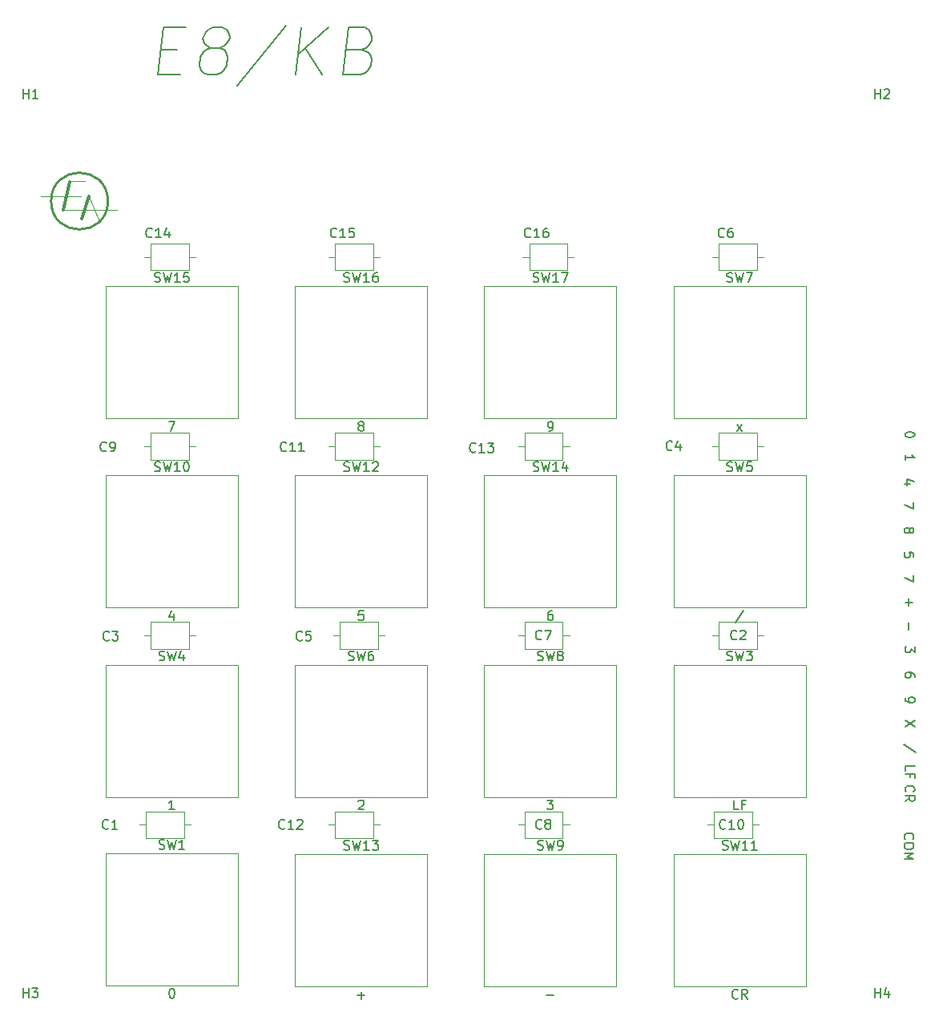
<source format=gbr>
%TF.GenerationSoftware,KiCad,Pcbnew,(5.1.10-1-10_14)*%
%TF.CreationDate,2021-06-29T17:53:49+10:00*%
%TF.ProjectId,octal keyboard,6f637461-6c20-46b6-9579-626f6172642e,rev?*%
%TF.SameCoordinates,Original*%
%TF.FileFunction,Legend,Top*%
%TF.FilePolarity,Positive*%
%FSLAX46Y46*%
G04 Gerber Fmt 4.6, Leading zero omitted, Abs format (unit mm)*
G04 Created by KiCad (PCBNEW (5.1.10-1-10_14)) date 2021-06-29 17:53:49*
%MOMM*%
%LPD*%
G01*
G04 APERTURE LIST*
%ADD10C,0.150000*%
%ADD11C,0.120000*%
%ADD12C,0.300000*%
%ADD13C,0.240000*%
G04 APERTURE END LIST*
D10*
X120304776Y-36142857D02*
X121971443Y-36142857D01*
X122358348Y-38761904D02*
X119977395Y-38761904D01*
X120602395Y-33761904D01*
X122983348Y-33761904D01*
X125572633Y-35904761D02*
X125126205Y-35666666D01*
X124917872Y-35428571D01*
X124739300Y-34952380D01*
X124769062Y-34714285D01*
X125066681Y-34238095D01*
X125334538Y-34000000D01*
X125840491Y-33761904D01*
X126792872Y-33761904D01*
X127239300Y-34000000D01*
X127447633Y-34238095D01*
X127626205Y-34714285D01*
X127596443Y-34952380D01*
X127298824Y-35428571D01*
X127030967Y-35666666D01*
X126525014Y-35904761D01*
X125572633Y-35904761D01*
X125066681Y-36142857D01*
X124798824Y-36380952D01*
X124501205Y-36857142D01*
X124382157Y-37809523D01*
X124560729Y-38285714D01*
X124769062Y-38523809D01*
X125215491Y-38761904D01*
X126167872Y-38761904D01*
X126673824Y-38523809D01*
X126941681Y-38285714D01*
X127239300Y-37809523D01*
X127358348Y-36857142D01*
X127179776Y-36380952D01*
X126971443Y-36142857D01*
X126525014Y-35904761D01*
X133489300Y-33523809D02*
X128400014Y-39952380D01*
X134501205Y-38761904D02*
X135126205Y-33761904D01*
X137358348Y-38761904D02*
X135572633Y-35904761D01*
X137983348Y-33761904D02*
X134769062Y-36619047D01*
X141495252Y-36142857D02*
X142179776Y-36380952D01*
X142388110Y-36619047D01*
X142566681Y-37095238D01*
X142477395Y-37809523D01*
X142179776Y-38285714D01*
X141911919Y-38523809D01*
X141405967Y-38761904D01*
X139501205Y-38761904D01*
X140126205Y-33761904D01*
X141792872Y-33761904D01*
X142239300Y-34000000D01*
X142447633Y-34238095D01*
X142626205Y-34714285D01*
X142566681Y-35190476D01*
X142269062Y-35666666D01*
X142001205Y-35904761D01*
X141495252Y-36142857D01*
X139828586Y-36142857D01*
X198942857Y-119514285D02*
X198895238Y-119466666D01*
X198847619Y-119323809D01*
X198847619Y-119228571D01*
X198895238Y-119085714D01*
X198990476Y-118990476D01*
X199085714Y-118942857D01*
X199276190Y-118895238D01*
X199419047Y-118895238D01*
X199609523Y-118942857D01*
X199704761Y-118990476D01*
X199800000Y-119085714D01*
X199847619Y-119228571D01*
X199847619Y-119323809D01*
X199800000Y-119466666D01*
X199752380Y-119514285D01*
X199847619Y-120133333D02*
X199847619Y-120323809D01*
X199800000Y-120419047D01*
X199704761Y-120514285D01*
X199514285Y-120561904D01*
X199180952Y-120561904D01*
X198990476Y-120514285D01*
X198895238Y-120419047D01*
X198847619Y-120323809D01*
X198847619Y-120133333D01*
X198895238Y-120038095D01*
X198990476Y-119942857D01*
X199180952Y-119895238D01*
X199514285Y-119895238D01*
X199704761Y-119942857D01*
X199800000Y-120038095D01*
X199847619Y-120133333D01*
X198847619Y-120990476D02*
X199847619Y-120990476D01*
X199133333Y-121323809D01*
X199847619Y-121657142D01*
X198847619Y-121657142D01*
X199042857Y-114509523D02*
X198995238Y-114461904D01*
X198947619Y-114319047D01*
X198947619Y-114223809D01*
X198995238Y-114080952D01*
X199090476Y-113985714D01*
X199185714Y-113938095D01*
X199376190Y-113890476D01*
X199519047Y-113890476D01*
X199709523Y-113938095D01*
X199804761Y-113985714D01*
X199900000Y-114080952D01*
X199947619Y-114223809D01*
X199947619Y-114319047D01*
X199900000Y-114461904D01*
X199852380Y-114509523D01*
X198947619Y-115509523D02*
X199423809Y-115176190D01*
X198947619Y-114938095D02*
X199947619Y-114938095D01*
X199947619Y-115319047D01*
X199900000Y-115414285D01*
X199852380Y-115461904D01*
X199757142Y-115509523D01*
X199614285Y-115509523D01*
X199519047Y-115461904D01*
X199471428Y-115414285D01*
X199423809Y-115319047D01*
X199423809Y-114938095D01*
X198947619Y-112280952D02*
X198947619Y-111804761D01*
X199947619Y-111804761D01*
X199471428Y-112947619D02*
X199471428Y-112614285D01*
X198947619Y-112614285D02*
X199947619Y-112614285D01*
X199947619Y-113090476D01*
X200095238Y-110328571D02*
X198809523Y-109471428D01*
X199947619Y-106966666D02*
X198947619Y-107633333D01*
X199947619Y-107633333D02*
X198947619Y-106966666D01*
X198947619Y-104609523D02*
X198947619Y-104800000D01*
X198995238Y-104895238D01*
X199042857Y-104942857D01*
X199185714Y-105038095D01*
X199376190Y-105085714D01*
X199757142Y-105085714D01*
X199852380Y-105038095D01*
X199900000Y-104990476D01*
X199947619Y-104895238D01*
X199947619Y-104704761D01*
X199900000Y-104609523D01*
X199852380Y-104561904D01*
X199757142Y-104514285D01*
X199519047Y-104514285D01*
X199423809Y-104561904D01*
X199376190Y-104609523D01*
X199328571Y-104704761D01*
X199328571Y-104895238D01*
X199376190Y-104990476D01*
X199423809Y-105038095D01*
X199519047Y-105085714D01*
X199947619Y-102390476D02*
X199947619Y-102200000D01*
X199900000Y-102104761D01*
X199852380Y-102057142D01*
X199709523Y-101961904D01*
X199519047Y-101914285D01*
X199138095Y-101914285D01*
X199042857Y-101961904D01*
X198995238Y-102009523D01*
X198947619Y-102104761D01*
X198947619Y-102295238D01*
X198995238Y-102390476D01*
X199042857Y-102438095D01*
X199138095Y-102485714D01*
X199376190Y-102485714D01*
X199471428Y-102438095D01*
X199519047Y-102390476D01*
X199566666Y-102295238D01*
X199566666Y-102104761D01*
X199519047Y-102009523D01*
X199471428Y-101961904D01*
X199376190Y-101914285D01*
X199947619Y-99166666D02*
X199947619Y-99785714D01*
X199566666Y-99452380D01*
X199566666Y-99595238D01*
X199519047Y-99690476D01*
X199471428Y-99738095D01*
X199376190Y-99785714D01*
X199138095Y-99785714D01*
X199042857Y-99738095D01*
X198995238Y-99690476D01*
X198947619Y-99595238D01*
X198947619Y-99309523D01*
X198995238Y-99214285D01*
X199042857Y-99166666D01*
X199328571Y-96619047D02*
X199328571Y-97380952D01*
X199328571Y-94119047D02*
X199328571Y-94880952D01*
X198947619Y-94500000D02*
X199709523Y-94500000D01*
X199847619Y-91666666D02*
X199847619Y-92333333D01*
X198847619Y-91904761D01*
X199847619Y-89738095D02*
X199847619Y-89261904D01*
X199371428Y-89214285D01*
X199419047Y-89261904D01*
X199466666Y-89357142D01*
X199466666Y-89595238D01*
X199419047Y-89690476D01*
X199371428Y-89738095D01*
X199276190Y-89785714D01*
X199038095Y-89785714D01*
X198942857Y-89738095D01*
X198895238Y-89690476D01*
X198847619Y-89595238D01*
X198847619Y-89357142D01*
X198895238Y-89261904D01*
X198942857Y-89214285D01*
X199419047Y-86804761D02*
X199466666Y-86709523D01*
X199514285Y-86661904D01*
X199609523Y-86614285D01*
X199657142Y-86614285D01*
X199752380Y-86661904D01*
X199800000Y-86709523D01*
X199847619Y-86804761D01*
X199847619Y-86995238D01*
X199800000Y-87090476D01*
X199752380Y-87138095D01*
X199657142Y-87185714D01*
X199609523Y-87185714D01*
X199514285Y-87138095D01*
X199466666Y-87090476D01*
X199419047Y-86995238D01*
X199419047Y-86804761D01*
X199371428Y-86709523D01*
X199323809Y-86661904D01*
X199228571Y-86614285D01*
X199038095Y-86614285D01*
X198942857Y-86661904D01*
X198895238Y-86709523D01*
X198847619Y-86804761D01*
X198847619Y-86995238D01*
X198895238Y-87090476D01*
X198942857Y-87138095D01*
X199038095Y-87185714D01*
X199228571Y-87185714D01*
X199323809Y-87138095D01*
X199371428Y-87090476D01*
X199419047Y-86995238D01*
X199847619Y-83966666D02*
X199847619Y-84633333D01*
X198847619Y-84204761D01*
X199514285Y-81990476D02*
X198847619Y-81990476D01*
X199895238Y-81752380D02*
X199180952Y-81514285D01*
X199180952Y-82133333D01*
X198947619Y-79485714D02*
X198947619Y-78914285D01*
X198947619Y-79200000D02*
X199947619Y-79200000D01*
X199804761Y-79104761D01*
X199709523Y-79009523D01*
X199661904Y-78914285D01*
X199947619Y-76752380D02*
X199947619Y-76847619D01*
X199900000Y-76942857D01*
X199852380Y-76990476D01*
X199757142Y-77038095D01*
X199566666Y-77085714D01*
X199328571Y-77085714D01*
X199138095Y-77038095D01*
X199042857Y-76990476D01*
X198995238Y-76942857D01*
X198947619Y-76847619D01*
X198947619Y-76752380D01*
X198995238Y-76657142D01*
X199042857Y-76609523D01*
X199138095Y-76561904D01*
X199328571Y-76514285D01*
X199566666Y-76514285D01*
X199757142Y-76561904D01*
X199852380Y-76609523D01*
X199900000Y-76657142D01*
X199947619Y-76752380D01*
D11*
%TO.C,REF\u002A\u002A*%
X112740000Y-51590000D02*
X113700000Y-54060000D01*
D12*
X112700000Y-51600000D02*
X111900000Y-54000000D01*
D11*
X109950000Y-53050000D02*
X115650000Y-53050000D01*
X107610000Y-51570000D02*
X111810000Y-51570000D01*
X110660000Y-50030000D02*
X112270000Y-50030000D01*
D12*
X110700000Y-50100000D02*
X110000000Y-53000000D01*
D13*
X114700000Y-52100000D02*
G75*
G03*
X114700000Y-52100000I-3000000J0D01*
G01*
D11*
%TO.C,C16*%
X159230000Y-56580000D02*
X159230000Y-59420000D01*
X159230000Y-59420000D02*
X163270000Y-59420000D01*
X163270000Y-59420000D02*
X163270000Y-56580000D01*
X163270000Y-56580000D02*
X159230000Y-56580000D01*
X158540000Y-58000000D02*
X159230000Y-58000000D01*
X163960000Y-58000000D02*
X163270000Y-58000000D01*
%TO.C,C15*%
X138730000Y-56580000D02*
X138730000Y-59420000D01*
X138730000Y-59420000D02*
X142770000Y-59420000D01*
X142770000Y-59420000D02*
X142770000Y-56580000D01*
X142770000Y-56580000D02*
X138730000Y-56580000D01*
X138040000Y-58000000D02*
X138730000Y-58000000D01*
X143460000Y-58000000D02*
X142770000Y-58000000D01*
%TO.C,C14*%
X119230000Y-56580000D02*
X119230000Y-59420000D01*
X119230000Y-59420000D02*
X123270000Y-59420000D01*
X123270000Y-59420000D02*
X123270000Y-56580000D01*
X123270000Y-56580000D02*
X119230000Y-56580000D01*
X118540000Y-58000000D02*
X119230000Y-58000000D01*
X123960000Y-58000000D02*
X123270000Y-58000000D01*
%TO.C,C13*%
X158730000Y-76580000D02*
X158730000Y-79420000D01*
X158730000Y-79420000D02*
X162770000Y-79420000D01*
X162770000Y-79420000D02*
X162770000Y-76580000D01*
X162770000Y-76580000D02*
X158730000Y-76580000D01*
X158040000Y-78000000D02*
X158730000Y-78000000D01*
X163460000Y-78000000D02*
X162770000Y-78000000D01*
%TO.C,C12*%
X138730000Y-116580000D02*
X138730000Y-119420000D01*
X138730000Y-119420000D02*
X142770000Y-119420000D01*
X142770000Y-119420000D02*
X142770000Y-116580000D01*
X142770000Y-116580000D02*
X138730000Y-116580000D01*
X138040000Y-118000000D02*
X138730000Y-118000000D01*
X143460000Y-118000000D02*
X142770000Y-118000000D01*
%TO.C,C11*%
X138730000Y-76580000D02*
X138730000Y-79420000D01*
X138730000Y-79420000D02*
X142770000Y-79420000D01*
X142770000Y-79420000D02*
X142770000Y-76580000D01*
X142770000Y-76580000D02*
X138730000Y-76580000D01*
X138040000Y-78000000D02*
X138730000Y-78000000D01*
X143460000Y-78000000D02*
X142770000Y-78000000D01*
%TO.C,C10*%
X178730000Y-116580000D02*
X178730000Y-119420000D01*
X178730000Y-119420000D02*
X182770000Y-119420000D01*
X182770000Y-119420000D02*
X182770000Y-116580000D01*
X182770000Y-116580000D02*
X178730000Y-116580000D01*
X178040000Y-118000000D02*
X178730000Y-118000000D01*
X183460000Y-118000000D02*
X182770000Y-118000000D01*
%TO.C,C9*%
X119230000Y-76580000D02*
X119230000Y-79420000D01*
X119230000Y-79420000D02*
X123270000Y-79420000D01*
X123270000Y-79420000D02*
X123270000Y-76580000D01*
X123270000Y-76580000D02*
X119230000Y-76580000D01*
X118540000Y-78000000D02*
X119230000Y-78000000D01*
X123960000Y-78000000D02*
X123270000Y-78000000D01*
%TO.C,C8*%
X158730000Y-116580000D02*
X158730000Y-119420000D01*
X158730000Y-119420000D02*
X162770000Y-119420000D01*
X162770000Y-119420000D02*
X162770000Y-116580000D01*
X162770000Y-116580000D02*
X158730000Y-116580000D01*
X158040000Y-118000000D02*
X158730000Y-118000000D01*
X163460000Y-118000000D02*
X162770000Y-118000000D01*
%TO.C,C7*%
X158730000Y-96580000D02*
X158730000Y-99420000D01*
X158730000Y-99420000D02*
X162770000Y-99420000D01*
X162770000Y-99420000D02*
X162770000Y-96580000D01*
X162770000Y-96580000D02*
X158730000Y-96580000D01*
X158040000Y-98000000D02*
X158730000Y-98000000D01*
X163460000Y-98000000D02*
X162770000Y-98000000D01*
%TO.C,C6*%
X179230000Y-56580000D02*
X179230000Y-59420000D01*
X179230000Y-59420000D02*
X183270000Y-59420000D01*
X183270000Y-59420000D02*
X183270000Y-56580000D01*
X183270000Y-56580000D02*
X179230000Y-56580000D01*
X178540000Y-58000000D02*
X179230000Y-58000000D01*
X183960000Y-58000000D02*
X183270000Y-58000000D01*
%TO.C,C5*%
X139230000Y-96580000D02*
X139230000Y-99420000D01*
X139230000Y-99420000D02*
X143270000Y-99420000D01*
X143270000Y-99420000D02*
X143270000Y-96580000D01*
X143270000Y-96580000D02*
X139230000Y-96580000D01*
X138540000Y-98000000D02*
X139230000Y-98000000D01*
X143960000Y-98000000D02*
X143270000Y-98000000D01*
%TO.C,C4*%
X179230000Y-76580000D02*
X179230000Y-79420000D01*
X179230000Y-79420000D02*
X183270000Y-79420000D01*
X183270000Y-79420000D02*
X183270000Y-76580000D01*
X183270000Y-76580000D02*
X179230000Y-76580000D01*
X178540000Y-78000000D02*
X179230000Y-78000000D01*
X183960000Y-78000000D02*
X183270000Y-78000000D01*
%TO.C,C3*%
X119230000Y-96580000D02*
X119230000Y-99420000D01*
X119230000Y-99420000D02*
X123270000Y-99420000D01*
X123270000Y-99420000D02*
X123270000Y-96580000D01*
X123270000Y-96580000D02*
X119230000Y-96580000D01*
X118540000Y-98000000D02*
X119230000Y-98000000D01*
X123960000Y-98000000D02*
X123270000Y-98000000D01*
%TO.C,C2*%
X179230000Y-96580000D02*
X179230000Y-99420000D01*
X179230000Y-99420000D02*
X183270000Y-99420000D01*
X183270000Y-99420000D02*
X183270000Y-96580000D01*
X183270000Y-96580000D02*
X179230000Y-96580000D01*
X178540000Y-98000000D02*
X179230000Y-98000000D01*
X183960000Y-98000000D02*
X183270000Y-98000000D01*
%TO.C,C1*%
X118730000Y-116580000D02*
X118730000Y-119420000D01*
X118730000Y-119420000D02*
X122770000Y-119420000D01*
X122770000Y-119420000D02*
X122770000Y-116580000D01*
X122770000Y-116580000D02*
X118730000Y-116580000D01*
X118040000Y-118000000D02*
X118730000Y-118000000D01*
X123460000Y-118000000D02*
X122770000Y-118000000D01*
%TO.C,SW1*%
X114475000Y-134985000D02*
X114475000Y-121015000D01*
X128445000Y-134985000D02*
X114475000Y-134985000D01*
X128445000Y-121015000D02*
X128445000Y-134985000D01*
X114475000Y-121015000D02*
X128445000Y-121015000D01*
%TO.C,SW3*%
X174475000Y-101095000D02*
X188445000Y-101095000D01*
X188445000Y-101095000D02*
X188445000Y-115065000D01*
X188445000Y-115065000D02*
X174475000Y-115065000D01*
X174475000Y-115065000D02*
X174475000Y-101095000D01*
%TO.C,SW4*%
X114475000Y-101095000D02*
X128445000Y-101095000D01*
X128445000Y-101095000D02*
X128445000Y-115065000D01*
X128445000Y-115065000D02*
X114475000Y-115065000D01*
X114475000Y-115065000D02*
X114475000Y-101095000D01*
%TO.C,SW5*%
X174475000Y-95065000D02*
X174475000Y-81095000D01*
X188445000Y-95065000D02*
X174475000Y-95065000D01*
X188445000Y-81095000D02*
X188445000Y-95065000D01*
X174475000Y-81095000D02*
X188445000Y-81095000D01*
%TO.C,SW6*%
X134475000Y-115065000D02*
X134475000Y-101095000D01*
X148445000Y-115065000D02*
X134475000Y-115065000D01*
X148445000Y-101095000D02*
X148445000Y-115065000D01*
X134475000Y-101095000D02*
X148445000Y-101095000D01*
%TO.C,SW7*%
X174475000Y-61095000D02*
X188445000Y-61095000D01*
X188445000Y-61095000D02*
X188445000Y-75065000D01*
X188445000Y-75065000D02*
X174475000Y-75065000D01*
X174475000Y-75065000D02*
X174475000Y-61095000D01*
%TO.C,SW8*%
X154475000Y-101095000D02*
X168445000Y-101095000D01*
X168445000Y-101095000D02*
X168445000Y-115065000D01*
X168445000Y-115065000D02*
X154475000Y-115065000D01*
X154475000Y-115065000D02*
X154475000Y-101095000D01*
%TO.C,SW9*%
X154475000Y-135065000D02*
X154475000Y-121095000D01*
X168445000Y-135065000D02*
X154475000Y-135065000D01*
X168445000Y-121095000D02*
X168445000Y-135065000D01*
X154475000Y-121095000D02*
X168445000Y-121095000D01*
%TO.C,SW10*%
X114475000Y-95065000D02*
X114475000Y-81095000D01*
X128445000Y-95065000D02*
X114475000Y-95065000D01*
X128445000Y-81095000D02*
X128445000Y-95065000D01*
X114475000Y-81095000D02*
X128445000Y-81095000D01*
%TO.C,SW11*%
X174475000Y-121095000D02*
X188445000Y-121095000D01*
X188445000Y-121095000D02*
X188445000Y-135065000D01*
X188445000Y-135065000D02*
X174475000Y-135065000D01*
X174475000Y-135065000D02*
X174475000Y-121095000D01*
%TO.C,SW12*%
X134475000Y-81095000D02*
X148445000Y-81095000D01*
X148445000Y-81095000D02*
X148445000Y-95065000D01*
X148445000Y-95065000D02*
X134475000Y-95065000D01*
X134475000Y-95065000D02*
X134475000Y-81095000D01*
%TO.C,SW13*%
X134475000Y-135065000D02*
X134475000Y-121095000D01*
X148445000Y-135065000D02*
X134475000Y-135065000D01*
X148445000Y-121095000D02*
X148445000Y-135065000D01*
X134475000Y-121095000D02*
X148445000Y-121095000D01*
%TO.C,SW14*%
X154475000Y-95065000D02*
X154475000Y-81095000D01*
X168445000Y-95065000D02*
X154475000Y-95065000D01*
X168445000Y-81095000D02*
X168445000Y-95065000D01*
X154475000Y-81095000D02*
X168445000Y-81095000D01*
%TO.C,SW15*%
X114475000Y-61095000D02*
X128445000Y-61095000D01*
X128445000Y-61095000D02*
X128445000Y-75065000D01*
X128445000Y-75065000D02*
X114475000Y-75065000D01*
X114475000Y-75065000D02*
X114475000Y-61095000D01*
%TO.C,SW16*%
X134475000Y-75065000D02*
X134475000Y-61095000D01*
X148445000Y-75065000D02*
X134475000Y-75065000D01*
X148445000Y-61095000D02*
X148445000Y-75065000D01*
X134475000Y-61095000D02*
X148445000Y-61095000D01*
%TO.C,SW17*%
X154475000Y-61095000D02*
X168445000Y-61095000D01*
X168445000Y-61095000D02*
X168445000Y-75065000D01*
X168445000Y-75065000D02*
X154475000Y-75065000D01*
X154475000Y-75065000D02*
X154475000Y-61095000D01*
%TO.C,H3*%
D10*
X105738095Y-136252380D02*
X105738095Y-135252380D01*
X105738095Y-135728571D02*
X106309523Y-135728571D01*
X106309523Y-136252380D02*
X106309523Y-135252380D01*
X106690476Y-135252380D02*
X107309523Y-135252380D01*
X106976190Y-135633333D01*
X107119047Y-135633333D01*
X107214285Y-135680952D01*
X107261904Y-135728571D01*
X107309523Y-135823809D01*
X107309523Y-136061904D01*
X107261904Y-136157142D01*
X107214285Y-136204761D01*
X107119047Y-136252380D01*
X106833333Y-136252380D01*
X106738095Y-136204761D01*
X106690476Y-136157142D01*
%TO.C,H1*%
X105738095Y-41252380D02*
X105738095Y-40252380D01*
X105738095Y-40728571D02*
X106309523Y-40728571D01*
X106309523Y-41252380D02*
X106309523Y-40252380D01*
X107309523Y-41252380D02*
X106738095Y-41252380D01*
X107023809Y-41252380D02*
X107023809Y-40252380D01*
X106928571Y-40395238D01*
X106833333Y-40490476D01*
X106738095Y-40538095D01*
%TO.C,C16*%
X159357142Y-55857142D02*
X159309523Y-55904761D01*
X159166666Y-55952380D01*
X159071428Y-55952380D01*
X158928571Y-55904761D01*
X158833333Y-55809523D01*
X158785714Y-55714285D01*
X158738095Y-55523809D01*
X158738095Y-55380952D01*
X158785714Y-55190476D01*
X158833333Y-55095238D01*
X158928571Y-55000000D01*
X159071428Y-54952380D01*
X159166666Y-54952380D01*
X159309523Y-55000000D01*
X159357142Y-55047619D01*
X160309523Y-55952380D02*
X159738095Y-55952380D01*
X160023809Y-55952380D02*
X160023809Y-54952380D01*
X159928571Y-55095238D01*
X159833333Y-55190476D01*
X159738095Y-55238095D01*
X161166666Y-54952380D02*
X160976190Y-54952380D01*
X160880952Y-55000000D01*
X160833333Y-55047619D01*
X160738095Y-55190476D01*
X160690476Y-55380952D01*
X160690476Y-55761904D01*
X160738095Y-55857142D01*
X160785714Y-55904761D01*
X160880952Y-55952380D01*
X161071428Y-55952380D01*
X161166666Y-55904761D01*
X161214285Y-55857142D01*
X161261904Y-55761904D01*
X161261904Y-55523809D01*
X161214285Y-55428571D01*
X161166666Y-55380952D01*
X161071428Y-55333333D01*
X160880952Y-55333333D01*
X160785714Y-55380952D01*
X160738095Y-55428571D01*
X160690476Y-55523809D01*
%TO.C,C15*%
X138857142Y-55857142D02*
X138809523Y-55904761D01*
X138666666Y-55952380D01*
X138571428Y-55952380D01*
X138428571Y-55904761D01*
X138333333Y-55809523D01*
X138285714Y-55714285D01*
X138238095Y-55523809D01*
X138238095Y-55380952D01*
X138285714Y-55190476D01*
X138333333Y-55095238D01*
X138428571Y-55000000D01*
X138571428Y-54952380D01*
X138666666Y-54952380D01*
X138809523Y-55000000D01*
X138857142Y-55047619D01*
X139809523Y-55952380D02*
X139238095Y-55952380D01*
X139523809Y-55952380D02*
X139523809Y-54952380D01*
X139428571Y-55095238D01*
X139333333Y-55190476D01*
X139238095Y-55238095D01*
X140714285Y-54952380D02*
X140238095Y-54952380D01*
X140190476Y-55428571D01*
X140238095Y-55380952D01*
X140333333Y-55333333D01*
X140571428Y-55333333D01*
X140666666Y-55380952D01*
X140714285Y-55428571D01*
X140761904Y-55523809D01*
X140761904Y-55761904D01*
X140714285Y-55857142D01*
X140666666Y-55904761D01*
X140571428Y-55952380D01*
X140333333Y-55952380D01*
X140238095Y-55904761D01*
X140190476Y-55857142D01*
%TO.C,C14*%
X119357142Y-55857142D02*
X119309523Y-55904761D01*
X119166666Y-55952380D01*
X119071428Y-55952380D01*
X118928571Y-55904761D01*
X118833333Y-55809523D01*
X118785714Y-55714285D01*
X118738095Y-55523809D01*
X118738095Y-55380952D01*
X118785714Y-55190476D01*
X118833333Y-55095238D01*
X118928571Y-55000000D01*
X119071428Y-54952380D01*
X119166666Y-54952380D01*
X119309523Y-55000000D01*
X119357142Y-55047619D01*
X120309523Y-55952380D02*
X119738095Y-55952380D01*
X120023809Y-55952380D02*
X120023809Y-54952380D01*
X119928571Y-55095238D01*
X119833333Y-55190476D01*
X119738095Y-55238095D01*
X121166666Y-55285714D02*
X121166666Y-55952380D01*
X120928571Y-54904761D02*
X120690476Y-55619047D01*
X121309523Y-55619047D01*
%TO.C,C13*%
X153557142Y-78557142D02*
X153509523Y-78604761D01*
X153366666Y-78652380D01*
X153271428Y-78652380D01*
X153128571Y-78604761D01*
X153033333Y-78509523D01*
X152985714Y-78414285D01*
X152938095Y-78223809D01*
X152938095Y-78080952D01*
X152985714Y-77890476D01*
X153033333Y-77795238D01*
X153128571Y-77700000D01*
X153271428Y-77652380D01*
X153366666Y-77652380D01*
X153509523Y-77700000D01*
X153557142Y-77747619D01*
X154509523Y-78652380D02*
X153938095Y-78652380D01*
X154223809Y-78652380D02*
X154223809Y-77652380D01*
X154128571Y-77795238D01*
X154033333Y-77890476D01*
X153938095Y-77938095D01*
X154842857Y-77652380D02*
X155461904Y-77652380D01*
X155128571Y-78033333D01*
X155271428Y-78033333D01*
X155366666Y-78080952D01*
X155414285Y-78128571D01*
X155461904Y-78223809D01*
X155461904Y-78461904D01*
X155414285Y-78557142D01*
X155366666Y-78604761D01*
X155271428Y-78652380D01*
X154985714Y-78652380D01*
X154890476Y-78604761D01*
X154842857Y-78557142D01*
%TO.C,C12*%
X133357142Y-118357142D02*
X133309523Y-118404761D01*
X133166666Y-118452380D01*
X133071428Y-118452380D01*
X132928571Y-118404761D01*
X132833333Y-118309523D01*
X132785714Y-118214285D01*
X132738095Y-118023809D01*
X132738095Y-117880952D01*
X132785714Y-117690476D01*
X132833333Y-117595238D01*
X132928571Y-117500000D01*
X133071428Y-117452380D01*
X133166666Y-117452380D01*
X133309523Y-117500000D01*
X133357142Y-117547619D01*
X134309523Y-118452380D02*
X133738095Y-118452380D01*
X134023809Y-118452380D02*
X134023809Y-117452380D01*
X133928571Y-117595238D01*
X133833333Y-117690476D01*
X133738095Y-117738095D01*
X134690476Y-117547619D02*
X134738095Y-117500000D01*
X134833333Y-117452380D01*
X135071428Y-117452380D01*
X135166666Y-117500000D01*
X135214285Y-117547619D01*
X135261904Y-117642857D01*
X135261904Y-117738095D01*
X135214285Y-117880952D01*
X134642857Y-118452380D01*
X135261904Y-118452380D01*
%TO.C,C11*%
X133557142Y-78457142D02*
X133509523Y-78504761D01*
X133366666Y-78552380D01*
X133271428Y-78552380D01*
X133128571Y-78504761D01*
X133033333Y-78409523D01*
X132985714Y-78314285D01*
X132938095Y-78123809D01*
X132938095Y-77980952D01*
X132985714Y-77790476D01*
X133033333Y-77695238D01*
X133128571Y-77600000D01*
X133271428Y-77552380D01*
X133366666Y-77552380D01*
X133509523Y-77600000D01*
X133557142Y-77647619D01*
X134509523Y-78552380D02*
X133938095Y-78552380D01*
X134223809Y-78552380D02*
X134223809Y-77552380D01*
X134128571Y-77695238D01*
X134033333Y-77790476D01*
X133938095Y-77838095D01*
X135461904Y-78552380D02*
X134890476Y-78552380D01*
X135176190Y-78552380D02*
X135176190Y-77552380D01*
X135080952Y-77695238D01*
X134985714Y-77790476D01*
X134890476Y-77838095D01*
%TO.C,C10*%
X179957142Y-118357142D02*
X179909523Y-118404761D01*
X179766666Y-118452380D01*
X179671428Y-118452380D01*
X179528571Y-118404761D01*
X179433333Y-118309523D01*
X179385714Y-118214285D01*
X179338095Y-118023809D01*
X179338095Y-117880952D01*
X179385714Y-117690476D01*
X179433333Y-117595238D01*
X179528571Y-117500000D01*
X179671428Y-117452380D01*
X179766666Y-117452380D01*
X179909523Y-117500000D01*
X179957142Y-117547619D01*
X180909523Y-118452380D02*
X180338095Y-118452380D01*
X180623809Y-118452380D02*
X180623809Y-117452380D01*
X180528571Y-117595238D01*
X180433333Y-117690476D01*
X180338095Y-117738095D01*
X181528571Y-117452380D02*
X181623809Y-117452380D01*
X181719047Y-117500000D01*
X181766666Y-117547619D01*
X181814285Y-117642857D01*
X181861904Y-117833333D01*
X181861904Y-118071428D01*
X181814285Y-118261904D01*
X181766666Y-118357142D01*
X181719047Y-118404761D01*
X181623809Y-118452380D01*
X181528571Y-118452380D01*
X181433333Y-118404761D01*
X181385714Y-118357142D01*
X181338095Y-118261904D01*
X181290476Y-118071428D01*
X181290476Y-117833333D01*
X181338095Y-117642857D01*
X181385714Y-117547619D01*
X181433333Y-117500000D01*
X181528571Y-117452380D01*
%TO.C,C9*%
X114533333Y-78457142D02*
X114485714Y-78504761D01*
X114342857Y-78552380D01*
X114247619Y-78552380D01*
X114104761Y-78504761D01*
X114009523Y-78409523D01*
X113961904Y-78314285D01*
X113914285Y-78123809D01*
X113914285Y-77980952D01*
X113961904Y-77790476D01*
X114009523Y-77695238D01*
X114104761Y-77600000D01*
X114247619Y-77552380D01*
X114342857Y-77552380D01*
X114485714Y-77600000D01*
X114533333Y-77647619D01*
X115009523Y-78552380D02*
X115200000Y-78552380D01*
X115295238Y-78504761D01*
X115342857Y-78457142D01*
X115438095Y-78314285D01*
X115485714Y-78123809D01*
X115485714Y-77742857D01*
X115438095Y-77647619D01*
X115390476Y-77600000D01*
X115295238Y-77552380D01*
X115104761Y-77552380D01*
X115009523Y-77600000D01*
X114961904Y-77647619D01*
X114914285Y-77742857D01*
X114914285Y-77980952D01*
X114961904Y-78076190D01*
X115009523Y-78123809D01*
X115104761Y-78171428D01*
X115295238Y-78171428D01*
X115390476Y-78123809D01*
X115438095Y-78076190D01*
X115485714Y-77980952D01*
%TO.C,C8*%
X160533333Y-118357142D02*
X160485714Y-118404761D01*
X160342857Y-118452380D01*
X160247619Y-118452380D01*
X160104761Y-118404761D01*
X160009523Y-118309523D01*
X159961904Y-118214285D01*
X159914285Y-118023809D01*
X159914285Y-117880952D01*
X159961904Y-117690476D01*
X160009523Y-117595238D01*
X160104761Y-117500000D01*
X160247619Y-117452380D01*
X160342857Y-117452380D01*
X160485714Y-117500000D01*
X160533333Y-117547619D01*
X161104761Y-117880952D02*
X161009523Y-117833333D01*
X160961904Y-117785714D01*
X160914285Y-117690476D01*
X160914285Y-117642857D01*
X160961904Y-117547619D01*
X161009523Y-117500000D01*
X161104761Y-117452380D01*
X161295238Y-117452380D01*
X161390476Y-117500000D01*
X161438095Y-117547619D01*
X161485714Y-117642857D01*
X161485714Y-117690476D01*
X161438095Y-117785714D01*
X161390476Y-117833333D01*
X161295238Y-117880952D01*
X161104761Y-117880952D01*
X161009523Y-117928571D01*
X160961904Y-117976190D01*
X160914285Y-118071428D01*
X160914285Y-118261904D01*
X160961904Y-118357142D01*
X161009523Y-118404761D01*
X161104761Y-118452380D01*
X161295238Y-118452380D01*
X161390476Y-118404761D01*
X161438095Y-118357142D01*
X161485714Y-118261904D01*
X161485714Y-118071428D01*
X161438095Y-117976190D01*
X161390476Y-117928571D01*
X161295238Y-117880952D01*
%TO.C,C7*%
X160533333Y-98357142D02*
X160485714Y-98404761D01*
X160342857Y-98452380D01*
X160247619Y-98452380D01*
X160104761Y-98404761D01*
X160009523Y-98309523D01*
X159961904Y-98214285D01*
X159914285Y-98023809D01*
X159914285Y-97880952D01*
X159961904Y-97690476D01*
X160009523Y-97595238D01*
X160104761Y-97500000D01*
X160247619Y-97452380D01*
X160342857Y-97452380D01*
X160485714Y-97500000D01*
X160533333Y-97547619D01*
X160866666Y-97452380D02*
X161533333Y-97452380D01*
X161104761Y-98452380D01*
%TO.C,C6*%
X179833333Y-55857142D02*
X179785714Y-55904761D01*
X179642857Y-55952380D01*
X179547619Y-55952380D01*
X179404761Y-55904761D01*
X179309523Y-55809523D01*
X179261904Y-55714285D01*
X179214285Y-55523809D01*
X179214285Y-55380952D01*
X179261904Y-55190476D01*
X179309523Y-55095238D01*
X179404761Y-55000000D01*
X179547619Y-54952380D01*
X179642857Y-54952380D01*
X179785714Y-55000000D01*
X179833333Y-55047619D01*
X180690476Y-54952380D02*
X180500000Y-54952380D01*
X180404761Y-55000000D01*
X180357142Y-55047619D01*
X180261904Y-55190476D01*
X180214285Y-55380952D01*
X180214285Y-55761904D01*
X180261904Y-55857142D01*
X180309523Y-55904761D01*
X180404761Y-55952380D01*
X180595238Y-55952380D01*
X180690476Y-55904761D01*
X180738095Y-55857142D01*
X180785714Y-55761904D01*
X180785714Y-55523809D01*
X180738095Y-55428571D01*
X180690476Y-55380952D01*
X180595238Y-55333333D01*
X180404761Y-55333333D01*
X180309523Y-55380952D01*
X180261904Y-55428571D01*
X180214285Y-55523809D01*
%TO.C,C5*%
X135233333Y-98457142D02*
X135185714Y-98504761D01*
X135042857Y-98552380D01*
X134947619Y-98552380D01*
X134804761Y-98504761D01*
X134709523Y-98409523D01*
X134661904Y-98314285D01*
X134614285Y-98123809D01*
X134614285Y-97980952D01*
X134661904Y-97790476D01*
X134709523Y-97695238D01*
X134804761Y-97600000D01*
X134947619Y-97552380D01*
X135042857Y-97552380D01*
X135185714Y-97600000D01*
X135233333Y-97647619D01*
X136138095Y-97552380D02*
X135661904Y-97552380D01*
X135614285Y-98028571D01*
X135661904Y-97980952D01*
X135757142Y-97933333D01*
X135995238Y-97933333D01*
X136090476Y-97980952D01*
X136138095Y-98028571D01*
X136185714Y-98123809D01*
X136185714Y-98361904D01*
X136138095Y-98457142D01*
X136090476Y-98504761D01*
X135995238Y-98552380D01*
X135757142Y-98552380D01*
X135661904Y-98504761D01*
X135614285Y-98457142D01*
%TO.C,C4*%
X174333333Y-78357142D02*
X174285714Y-78404761D01*
X174142857Y-78452380D01*
X174047619Y-78452380D01*
X173904761Y-78404761D01*
X173809523Y-78309523D01*
X173761904Y-78214285D01*
X173714285Y-78023809D01*
X173714285Y-77880952D01*
X173761904Y-77690476D01*
X173809523Y-77595238D01*
X173904761Y-77500000D01*
X174047619Y-77452380D01*
X174142857Y-77452380D01*
X174285714Y-77500000D01*
X174333333Y-77547619D01*
X175190476Y-77785714D02*
X175190476Y-78452380D01*
X174952380Y-77404761D02*
X174714285Y-78119047D01*
X175333333Y-78119047D01*
%TO.C,C3*%
X114833333Y-98457142D02*
X114785714Y-98504761D01*
X114642857Y-98552380D01*
X114547619Y-98552380D01*
X114404761Y-98504761D01*
X114309523Y-98409523D01*
X114261904Y-98314285D01*
X114214285Y-98123809D01*
X114214285Y-97980952D01*
X114261904Y-97790476D01*
X114309523Y-97695238D01*
X114404761Y-97600000D01*
X114547619Y-97552380D01*
X114642857Y-97552380D01*
X114785714Y-97600000D01*
X114833333Y-97647619D01*
X115166666Y-97552380D02*
X115785714Y-97552380D01*
X115452380Y-97933333D01*
X115595238Y-97933333D01*
X115690476Y-97980952D01*
X115738095Y-98028571D01*
X115785714Y-98123809D01*
X115785714Y-98361904D01*
X115738095Y-98457142D01*
X115690476Y-98504761D01*
X115595238Y-98552380D01*
X115309523Y-98552380D01*
X115214285Y-98504761D01*
X115166666Y-98457142D01*
%TO.C,C2*%
X181133333Y-98357142D02*
X181085714Y-98404761D01*
X180942857Y-98452380D01*
X180847619Y-98452380D01*
X180704761Y-98404761D01*
X180609523Y-98309523D01*
X180561904Y-98214285D01*
X180514285Y-98023809D01*
X180514285Y-97880952D01*
X180561904Y-97690476D01*
X180609523Y-97595238D01*
X180704761Y-97500000D01*
X180847619Y-97452380D01*
X180942857Y-97452380D01*
X181085714Y-97500000D01*
X181133333Y-97547619D01*
X181514285Y-97547619D02*
X181561904Y-97500000D01*
X181657142Y-97452380D01*
X181895238Y-97452380D01*
X181990476Y-97500000D01*
X182038095Y-97547619D01*
X182085714Y-97642857D01*
X182085714Y-97738095D01*
X182038095Y-97880952D01*
X181466666Y-98452380D01*
X182085714Y-98452380D01*
%TO.C,C1*%
X114733333Y-118357142D02*
X114685714Y-118404761D01*
X114542857Y-118452380D01*
X114447619Y-118452380D01*
X114304761Y-118404761D01*
X114209523Y-118309523D01*
X114161904Y-118214285D01*
X114114285Y-118023809D01*
X114114285Y-117880952D01*
X114161904Y-117690476D01*
X114209523Y-117595238D01*
X114304761Y-117500000D01*
X114447619Y-117452380D01*
X114542857Y-117452380D01*
X114685714Y-117500000D01*
X114733333Y-117547619D01*
X115685714Y-118452380D02*
X115114285Y-118452380D01*
X115400000Y-118452380D02*
X115400000Y-117452380D01*
X115304761Y-117595238D01*
X115209523Y-117690476D01*
X115114285Y-117738095D01*
%TO.C,H4*%
X195738095Y-136252380D02*
X195738095Y-135252380D01*
X195738095Y-135728571D02*
X196309523Y-135728571D01*
X196309523Y-136252380D02*
X196309523Y-135252380D01*
X197214285Y-135585714D02*
X197214285Y-136252380D01*
X196976190Y-135204761D02*
X196738095Y-135919047D01*
X197357142Y-135919047D01*
%TO.C,H2*%
X195738095Y-41252380D02*
X195738095Y-40252380D01*
X195738095Y-40728571D02*
X196309523Y-40728571D01*
X196309523Y-41252380D02*
X196309523Y-40252380D01*
X196738095Y-40347619D02*
X196785714Y-40300000D01*
X196880952Y-40252380D01*
X197119047Y-40252380D01*
X197214285Y-40300000D01*
X197261904Y-40347619D01*
X197309523Y-40442857D01*
X197309523Y-40538095D01*
X197261904Y-40680952D01*
X196690476Y-41252380D01*
X197309523Y-41252380D01*
%TO.C,SW1*%
X120126666Y-120530761D02*
X120269523Y-120578380D01*
X120507619Y-120578380D01*
X120602857Y-120530761D01*
X120650476Y-120483142D01*
X120698095Y-120387904D01*
X120698095Y-120292666D01*
X120650476Y-120197428D01*
X120602857Y-120149809D01*
X120507619Y-120102190D01*
X120317142Y-120054571D01*
X120221904Y-120006952D01*
X120174285Y-119959333D01*
X120126666Y-119864095D01*
X120126666Y-119768857D01*
X120174285Y-119673619D01*
X120221904Y-119626000D01*
X120317142Y-119578380D01*
X120555238Y-119578380D01*
X120698095Y-119626000D01*
X121031428Y-119578380D02*
X121269523Y-120578380D01*
X121460000Y-119864095D01*
X121650476Y-120578380D01*
X121888571Y-119578380D01*
X122793333Y-120578380D02*
X122221904Y-120578380D01*
X122507619Y-120578380D02*
X122507619Y-119578380D01*
X122412380Y-119721238D01*
X122317142Y-119816476D01*
X122221904Y-119864095D01*
X121412380Y-135326380D02*
X121507619Y-135326380D01*
X121602857Y-135374000D01*
X121650476Y-135421619D01*
X121698095Y-135516857D01*
X121745714Y-135707333D01*
X121745714Y-135945428D01*
X121698095Y-136135904D01*
X121650476Y-136231142D01*
X121602857Y-136278761D01*
X121507619Y-136326380D01*
X121412380Y-136326380D01*
X121317142Y-136278761D01*
X121269523Y-136231142D01*
X121221904Y-136135904D01*
X121174285Y-135945428D01*
X121174285Y-135707333D01*
X121221904Y-135516857D01*
X121269523Y-135421619D01*
X121317142Y-135374000D01*
X121412380Y-135326380D01*
%TO.C,SW3*%
X180126666Y-100610761D02*
X180269523Y-100658380D01*
X180507619Y-100658380D01*
X180602857Y-100610761D01*
X180650476Y-100563142D01*
X180698095Y-100467904D01*
X180698095Y-100372666D01*
X180650476Y-100277428D01*
X180602857Y-100229809D01*
X180507619Y-100182190D01*
X180317142Y-100134571D01*
X180221904Y-100086952D01*
X180174285Y-100039333D01*
X180126666Y-99944095D01*
X180126666Y-99848857D01*
X180174285Y-99753619D01*
X180221904Y-99706000D01*
X180317142Y-99658380D01*
X180555238Y-99658380D01*
X180698095Y-99706000D01*
X181031428Y-99658380D02*
X181269523Y-100658380D01*
X181460000Y-99944095D01*
X181650476Y-100658380D01*
X181888571Y-99658380D01*
X182174285Y-99658380D02*
X182793333Y-99658380D01*
X182460000Y-100039333D01*
X182602857Y-100039333D01*
X182698095Y-100086952D01*
X182745714Y-100134571D01*
X182793333Y-100229809D01*
X182793333Y-100467904D01*
X182745714Y-100563142D01*
X182698095Y-100610761D01*
X182602857Y-100658380D01*
X182317142Y-100658380D01*
X182221904Y-100610761D01*
X182174285Y-100563142D01*
X181340952Y-116406380D02*
X180864761Y-116406380D01*
X180864761Y-115406380D01*
X182007619Y-115882571D02*
X181674285Y-115882571D01*
X181674285Y-116406380D02*
X181674285Y-115406380D01*
X182150476Y-115406380D01*
%TO.C,SW4*%
X120126666Y-100610761D02*
X120269523Y-100658380D01*
X120507619Y-100658380D01*
X120602857Y-100610761D01*
X120650476Y-100563142D01*
X120698095Y-100467904D01*
X120698095Y-100372666D01*
X120650476Y-100277428D01*
X120602857Y-100229809D01*
X120507619Y-100182190D01*
X120317142Y-100134571D01*
X120221904Y-100086952D01*
X120174285Y-100039333D01*
X120126666Y-99944095D01*
X120126666Y-99848857D01*
X120174285Y-99753619D01*
X120221904Y-99706000D01*
X120317142Y-99658380D01*
X120555238Y-99658380D01*
X120698095Y-99706000D01*
X121031428Y-99658380D02*
X121269523Y-100658380D01*
X121460000Y-99944095D01*
X121650476Y-100658380D01*
X121888571Y-99658380D01*
X122698095Y-99991714D02*
X122698095Y-100658380D01*
X122460000Y-99610761D02*
X122221904Y-100325047D01*
X122840952Y-100325047D01*
X121745714Y-116406380D02*
X121174285Y-116406380D01*
X121460000Y-116406380D02*
X121460000Y-115406380D01*
X121364761Y-115549238D01*
X121269523Y-115644476D01*
X121174285Y-115692095D01*
%TO.C,SW5*%
X180126666Y-80610761D02*
X180269523Y-80658380D01*
X180507619Y-80658380D01*
X180602857Y-80610761D01*
X180650476Y-80563142D01*
X180698095Y-80467904D01*
X180698095Y-80372666D01*
X180650476Y-80277428D01*
X180602857Y-80229809D01*
X180507619Y-80182190D01*
X180317142Y-80134571D01*
X180221904Y-80086952D01*
X180174285Y-80039333D01*
X180126666Y-79944095D01*
X180126666Y-79848857D01*
X180174285Y-79753619D01*
X180221904Y-79706000D01*
X180317142Y-79658380D01*
X180555238Y-79658380D01*
X180698095Y-79706000D01*
X181031428Y-79658380D02*
X181269523Y-80658380D01*
X181460000Y-79944095D01*
X181650476Y-80658380D01*
X181888571Y-79658380D01*
X182745714Y-79658380D02*
X182269523Y-79658380D01*
X182221904Y-80134571D01*
X182269523Y-80086952D01*
X182364761Y-80039333D01*
X182602857Y-80039333D01*
X182698095Y-80086952D01*
X182745714Y-80134571D01*
X182793333Y-80229809D01*
X182793333Y-80467904D01*
X182745714Y-80563142D01*
X182698095Y-80610761D01*
X182602857Y-80658380D01*
X182364761Y-80658380D01*
X182269523Y-80610761D01*
X182221904Y-80563142D01*
X181888571Y-95358761D02*
X181031428Y-96644476D01*
%TO.C,SW6*%
X140126666Y-100610761D02*
X140269523Y-100658380D01*
X140507619Y-100658380D01*
X140602857Y-100610761D01*
X140650476Y-100563142D01*
X140698095Y-100467904D01*
X140698095Y-100372666D01*
X140650476Y-100277428D01*
X140602857Y-100229809D01*
X140507619Y-100182190D01*
X140317142Y-100134571D01*
X140221904Y-100086952D01*
X140174285Y-100039333D01*
X140126666Y-99944095D01*
X140126666Y-99848857D01*
X140174285Y-99753619D01*
X140221904Y-99706000D01*
X140317142Y-99658380D01*
X140555238Y-99658380D01*
X140698095Y-99706000D01*
X141031428Y-99658380D02*
X141269523Y-100658380D01*
X141460000Y-99944095D01*
X141650476Y-100658380D01*
X141888571Y-99658380D01*
X142698095Y-99658380D02*
X142507619Y-99658380D01*
X142412380Y-99706000D01*
X142364761Y-99753619D01*
X142269523Y-99896476D01*
X142221904Y-100086952D01*
X142221904Y-100467904D01*
X142269523Y-100563142D01*
X142317142Y-100610761D01*
X142412380Y-100658380D01*
X142602857Y-100658380D01*
X142698095Y-100610761D01*
X142745714Y-100563142D01*
X142793333Y-100467904D01*
X142793333Y-100229809D01*
X142745714Y-100134571D01*
X142698095Y-100086952D01*
X142602857Y-100039333D01*
X142412380Y-100039333D01*
X142317142Y-100086952D01*
X142269523Y-100134571D01*
X142221904Y-100229809D01*
X141174285Y-115501619D02*
X141221904Y-115454000D01*
X141317142Y-115406380D01*
X141555238Y-115406380D01*
X141650476Y-115454000D01*
X141698095Y-115501619D01*
X141745714Y-115596857D01*
X141745714Y-115692095D01*
X141698095Y-115834952D01*
X141126666Y-116406380D01*
X141745714Y-116406380D01*
%TO.C,SW7*%
X180126666Y-60610761D02*
X180269523Y-60658380D01*
X180507619Y-60658380D01*
X180602857Y-60610761D01*
X180650476Y-60563142D01*
X180698095Y-60467904D01*
X180698095Y-60372666D01*
X180650476Y-60277428D01*
X180602857Y-60229809D01*
X180507619Y-60182190D01*
X180317142Y-60134571D01*
X180221904Y-60086952D01*
X180174285Y-60039333D01*
X180126666Y-59944095D01*
X180126666Y-59848857D01*
X180174285Y-59753619D01*
X180221904Y-59706000D01*
X180317142Y-59658380D01*
X180555238Y-59658380D01*
X180698095Y-59706000D01*
X181031428Y-59658380D02*
X181269523Y-60658380D01*
X181460000Y-59944095D01*
X181650476Y-60658380D01*
X181888571Y-59658380D01*
X182174285Y-59658380D02*
X182840952Y-59658380D01*
X182412380Y-60658380D01*
X181198095Y-76406380D02*
X181721904Y-75739714D01*
X181198095Y-75739714D02*
X181721904Y-76406380D01*
%TO.C,SW8*%
X160126666Y-100610761D02*
X160269523Y-100658380D01*
X160507619Y-100658380D01*
X160602857Y-100610761D01*
X160650476Y-100563142D01*
X160698095Y-100467904D01*
X160698095Y-100372666D01*
X160650476Y-100277428D01*
X160602857Y-100229809D01*
X160507619Y-100182190D01*
X160317142Y-100134571D01*
X160221904Y-100086952D01*
X160174285Y-100039333D01*
X160126666Y-99944095D01*
X160126666Y-99848857D01*
X160174285Y-99753619D01*
X160221904Y-99706000D01*
X160317142Y-99658380D01*
X160555238Y-99658380D01*
X160698095Y-99706000D01*
X161031428Y-99658380D02*
X161269523Y-100658380D01*
X161460000Y-99944095D01*
X161650476Y-100658380D01*
X161888571Y-99658380D01*
X162412380Y-100086952D02*
X162317142Y-100039333D01*
X162269523Y-99991714D01*
X162221904Y-99896476D01*
X162221904Y-99848857D01*
X162269523Y-99753619D01*
X162317142Y-99706000D01*
X162412380Y-99658380D01*
X162602857Y-99658380D01*
X162698095Y-99706000D01*
X162745714Y-99753619D01*
X162793333Y-99848857D01*
X162793333Y-99896476D01*
X162745714Y-99991714D01*
X162698095Y-100039333D01*
X162602857Y-100086952D01*
X162412380Y-100086952D01*
X162317142Y-100134571D01*
X162269523Y-100182190D01*
X162221904Y-100277428D01*
X162221904Y-100467904D01*
X162269523Y-100563142D01*
X162317142Y-100610761D01*
X162412380Y-100658380D01*
X162602857Y-100658380D01*
X162698095Y-100610761D01*
X162745714Y-100563142D01*
X162793333Y-100467904D01*
X162793333Y-100277428D01*
X162745714Y-100182190D01*
X162698095Y-100134571D01*
X162602857Y-100086952D01*
X161126666Y-115406380D02*
X161745714Y-115406380D01*
X161412380Y-115787333D01*
X161555238Y-115787333D01*
X161650476Y-115834952D01*
X161698095Y-115882571D01*
X161745714Y-115977809D01*
X161745714Y-116215904D01*
X161698095Y-116311142D01*
X161650476Y-116358761D01*
X161555238Y-116406380D01*
X161269523Y-116406380D01*
X161174285Y-116358761D01*
X161126666Y-116311142D01*
%TO.C,SW9*%
X160126666Y-120610761D02*
X160269523Y-120658380D01*
X160507619Y-120658380D01*
X160602857Y-120610761D01*
X160650476Y-120563142D01*
X160698095Y-120467904D01*
X160698095Y-120372666D01*
X160650476Y-120277428D01*
X160602857Y-120229809D01*
X160507619Y-120182190D01*
X160317142Y-120134571D01*
X160221904Y-120086952D01*
X160174285Y-120039333D01*
X160126666Y-119944095D01*
X160126666Y-119848857D01*
X160174285Y-119753619D01*
X160221904Y-119706000D01*
X160317142Y-119658380D01*
X160555238Y-119658380D01*
X160698095Y-119706000D01*
X161031428Y-119658380D02*
X161269523Y-120658380D01*
X161460000Y-119944095D01*
X161650476Y-120658380D01*
X161888571Y-119658380D01*
X162317142Y-120658380D02*
X162507619Y-120658380D01*
X162602857Y-120610761D01*
X162650476Y-120563142D01*
X162745714Y-120420285D01*
X162793333Y-120229809D01*
X162793333Y-119848857D01*
X162745714Y-119753619D01*
X162698095Y-119706000D01*
X162602857Y-119658380D01*
X162412380Y-119658380D01*
X162317142Y-119706000D01*
X162269523Y-119753619D01*
X162221904Y-119848857D01*
X162221904Y-120086952D01*
X162269523Y-120182190D01*
X162317142Y-120229809D01*
X162412380Y-120277428D01*
X162602857Y-120277428D01*
X162698095Y-120229809D01*
X162745714Y-120182190D01*
X162793333Y-120086952D01*
X161079047Y-136025428D02*
X161840952Y-136025428D01*
%TO.C,SW10*%
X119650476Y-80610761D02*
X119793333Y-80658380D01*
X120031428Y-80658380D01*
X120126666Y-80610761D01*
X120174285Y-80563142D01*
X120221904Y-80467904D01*
X120221904Y-80372666D01*
X120174285Y-80277428D01*
X120126666Y-80229809D01*
X120031428Y-80182190D01*
X119840952Y-80134571D01*
X119745714Y-80086952D01*
X119698095Y-80039333D01*
X119650476Y-79944095D01*
X119650476Y-79848857D01*
X119698095Y-79753619D01*
X119745714Y-79706000D01*
X119840952Y-79658380D01*
X120079047Y-79658380D01*
X120221904Y-79706000D01*
X120555238Y-79658380D02*
X120793333Y-80658380D01*
X120983809Y-79944095D01*
X121174285Y-80658380D01*
X121412380Y-79658380D01*
X122317142Y-80658380D02*
X121745714Y-80658380D01*
X122031428Y-80658380D02*
X122031428Y-79658380D01*
X121936190Y-79801238D01*
X121840952Y-79896476D01*
X121745714Y-79944095D01*
X122936190Y-79658380D02*
X123031428Y-79658380D01*
X123126666Y-79706000D01*
X123174285Y-79753619D01*
X123221904Y-79848857D01*
X123269523Y-80039333D01*
X123269523Y-80277428D01*
X123221904Y-80467904D01*
X123174285Y-80563142D01*
X123126666Y-80610761D01*
X123031428Y-80658380D01*
X122936190Y-80658380D01*
X122840952Y-80610761D01*
X122793333Y-80563142D01*
X122745714Y-80467904D01*
X122698095Y-80277428D01*
X122698095Y-80039333D01*
X122745714Y-79848857D01*
X122793333Y-79753619D01*
X122840952Y-79706000D01*
X122936190Y-79658380D01*
X121650476Y-95739714D02*
X121650476Y-96406380D01*
X121412380Y-95358761D02*
X121174285Y-96073047D01*
X121793333Y-96073047D01*
%TO.C,SW11*%
X179650476Y-120610761D02*
X179793333Y-120658380D01*
X180031428Y-120658380D01*
X180126666Y-120610761D01*
X180174285Y-120563142D01*
X180221904Y-120467904D01*
X180221904Y-120372666D01*
X180174285Y-120277428D01*
X180126666Y-120229809D01*
X180031428Y-120182190D01*
X179840952Y-120134571D01*
X179745714Y-120086952D01*
X179698095Y-120039333D01*
X179650476Y-119944095D01*
X179650476Y-119848857D01*
X179698095Y-119753619D01*
X179745714Y-119706000D01*
X179840952Y-119658380D01*
X180079047Y-119658380D01*
X180221904Y-119706000D01*
X180555238Y-119658380D02*
X180793333Y-120658380D01*
X180983809Y-119944095D01*
X181174285Y-120658380D01*
X181412380Y-119658380D01*
X182317142Y-120658380D02*
X181745714Y-120658380D01*
X182031428Y-120658380D02*
X182031428Y-119658380D01*
X181936190Y-119801238D01*
X181840952Y-119896476D01*
X181745714Y-119944095D01*
X183269523Y-120658380D02*
X182698095Y-120658380D01*
X182983809Y-120658380D02*
X182983809Y-119658380D01*
X182888571Y-119801238D01*
X182793333Y-119896476D01*
X182698095Y-119944095D01*
X181269523Y-136311142D02*
X181221904Y-136358761D01*
X181079047Y-136406380D01*
X180983809Y-136406380D01*
X180840952Y-136358761D01*
X180745714Y-136263523D01*
X180698095Y-136168285D01*
X180650476Y-135977809D01*
X180650476Y-135834952D01*
X180698095Y-135644476D01*
X180745714Y-135549238D01*
X180840952Y-135454000D01*
X180983809Y-135406380D01*
X181079047Y-135406380D01*
X181221904Y-135454000D01*
X181269523Y-135501619D01*
X182269523Y-136406380D02*
X181936190Y-135930190D01*
X181698095Y-136406380D02*
X181698095Y-135406380D01*
X182079047Y-135406380D01*
X182174285Y-135454000D01*
X182221904Y-135501619D01*
X182269523Y-135596857D01*
X182269523Y-135739714D01*
X182221904Y-135834952D01*
X182174285Y-135882571D01*
X182079047Y-135930190D01*
X181698095Y-135930190D01*
%TO.C,SW12*%
X139650476Y-80610761D02*
X139793333Y-80658380D01*
X140031428Y-80658380D01*
X140126666Y-80610761D01*
X140174285Y-80563142D01*
X140221904Y-80467904D01*
X140221904Y-80372666D01*
X140174285Y-80277428D01*
X140126666Y-80229809D01*
X140031428Y-80182190D01*
X139840952Y-80134571D01*
X139745714Y-80086952D01*
X139698095Y-80039333D01*
X139650476Y-79944095D01*
X139650476Y-79848857D01*
X139698095Y-79753619D01*
X139745714Y-79706000D01*
X139840952Y-79658380D01*
X140079047Y-79658380D01*
X140221904Y-79706000D01*
X140555238Y-79658380D02*
X140793333Y-80658380D01*
X140983809Y-79944095D01*
X141174285Y-80658380D01*
X141412380Y-79658380D01*
X142317142Y-80658380D02*
X141745714Y-80658380D01*
X142031428Y-80658380D02*
X142031428Y-79658380D01*
X141936190Y-79801238D01*
X141840952Y-79896476D01*
X141745714Y-79944095D01*
X142698095Y-79753619D02*
X142745714Y-79706000D01*
X142840952Y-79658380D01*
X143079047Y-79658380D01*
X143174285Y-79706000D01*
X143221904Y-79753619D01*
X143269523Y-79848857D01*
X143269523Y-79944095D01*
X143221904Y-80086952D01*
X142650476Y-80658380D01*
X143269523Y-80658380D01*
X141698095Y-95406380D02*
X141221904Y-95406380D01*
X141174285Y-95882571D01*
X141221904Y-95834952D01*
X141317142Y-95787333D01*
X141555238Y-95787333D01*
X141650476Y-95834952D01*
X141698095Y-95882571D01*
X141745714Y-95977809D01*
X141745714Y-96215904D01*
X141698095Y-96311142D01*
X141650476Y-96358761D01*
X141555238Y-96406380D01*
X141317142Y-96406380D01*
X141221904Y-96358761D01*
X141174285Y-96311142D01*
%TO.C,SW13*%
X139650476Y-120610761D02*
X139793333Y-120658380D01*
X140031428Y-120658380D01*
X140126666Y-120610761D01*
X140174285Y-120563142D01*
X140221904Y-120467904D01*
X140221904Y-120372666D01*
X140174285Y-120277428D01*
X140126666Y-120229809D01*
X140031428Y-120182190D01*
X139840952Y-120134571D01*
X139745714Y-120086952D01*
X139698095Y-120039333D01*
X139650476Y-119944095D01*
X139650476Y-119848857D01*
X139698095Y-119753619D01*
X139745714Y-119706000D01*
X139840952Y-119658380D01*
X140079047Y-119658380D01*
X140221904Y-119706000D01*
X140555238Y-119658380D02*
X140793333Y-120658380D01*
X140983809Y-119944095D01*
X141174285Y-120658380D01*
X141412380Y-119658380D01*
X142317142Y-120658380D02*
X141745714Y-120658380D01*
X142031428Y-120658380D02*
X142031428Y-119658380D01*
X141936190Y-119801238D01*
X141840952Y-119896476D01*
X141745714Y-119944095D01*
X142650476Y-119658380D02*
X143269523Y-119658380D01*
X142936190Y-120039333D01*
X143079047Y-120039333D01*
X143174285Y-120086952D01*
X143221904Y-120134571D01*
X143269523Y-120229809D01*
X143269523Y-120467904D01*
X143221904Y-120563142D01*
X143174285Y-120610761D01*
X143079047Y-120658380D01*
X142793333Y-120658380D01*
X142698095Y-120610761D01*
X142650476Y-120563142D01*
X141079047Y-136025428D02*
X141840952Y-136025428D01*
X141460000Y-136406380D02*
X141460000Y-135644476D01*
%TO.C,SW14*%
X159650476Y-80610761D02*
X159793333Y-80658380D01*
X160031428Y-80658380D01*
X160126666Y-80610761D01*
X160174285Y-80563142D01*
X160221904Y-80467904D01*
X160221904Y-80372666D01*
X160174285Y-80277428D01*
X160126666Y-80229809D01*
X160031428Y-80182190D01*
X159840952Y-80134571D01*
X159745714Y-80086952D01*
X159698095Y-80039333D01*
X159650476Y-79944095D01*
X159650476Y-79848857D01*
X159698095Y-79753619D01*
X159745714Y-79706000D01*
X159840952Y-79658380D01*
X160079047Y-79658380D01*
X160221904Y-79706000D01*
X160555238Y-79658380D02*
X160793333Y-80658380D01*
X160983809Y-79944095D01*
X161174285Y-80658380D01*
X161412380Y-79658380D01*
X162317142Y-80658380D02*
X161745714Y-80658380D01*
X162031428Y-80658380D02*
X162031428Y-79658380D01*
X161936190Y-79801238D01*
X161840952Y-79896476D01*
X161745714Y-79944095D01*
X163174285Y-79991714D02*
X163174285Y-80658380D01*
X162936190Y-79610761D02*
X162698095Y-80325047D01*
X163317142Y-80325047D01*
X161650476Y-95406380D02*
X161460000Y-95406380D01*
X161364761Y-95454000D01*
X161317142Y-95501619D01*
X161221904Y-95644476D01*
X161174285Y-95834952D01*
X161174285Y-96215904D01*
X161221904Y-96311142D01*
X161269523Y-96358761D01*
X161364761Y-96406380D01*
X161555238Y-96406380D01*
X161650476Y-96358761D01*
X161698095Y-96311142D01*
X161745714Y-96215904D01*
X161745714Y-95977809D01*
X161698095Y-95882571D01*
X161650476Y-95834952D01*
X161555238Y-95787333D01*
X161364761Y-95787333D01*
X161269523Y-95834952D01*
X161221904Y-95882571D01*
X161174285Y-95977809D01*
%TO.C,SW15*%
X119650476Y-60610761D02*
X119793333Y-60658380D01*
X120031428Y-60658380D01*
X120126666Y-60610761D01*
X120174285Y-60563142D01*
X120221904Y-60467904D01*
X120221904Y-60372666D01*
X120174285Y-60277428D01*
X120126666Y-60229809D01*
X120031428Y-60182190D01*
X119840952Y-60134571D01*
X119745714Y-60086952D01*
X119698095Y-60039333D01*
X119650476Y-59944095D01*
X119650476Y-59848857D01*
X119698095Y-59753619D01*
X119745714Y-59706000D01*
X119840952Y-59658380D01*
X120079047Y-59658380D01*
X120221904Y-59706000D01*
X120555238Y-59658380D02*
X120793333Y-60658380D01*
X120983809Y-59944095D01*
X121174285Y-60658380D01*
X121412380Y-59658380D01*
X122317142Y-60658380D02*
X121745714Y-60658380D01*
X122031428Y-60658380D02*
X122031428Y-59658380D01*
X121936190Y-59801238D01*
X121840952Y-59896476D01*
X121745714Y-59944095D01*
X123221904Y-59658380D02*
X122745714Y-59658380D01*
X122698095Y-60134571D01*
X122745714Y-60086952D01*
X122840952Y-60039333D01*
X123079047Y-60039333D01*
X123174285Y-60086952D01*
X123221904Y-60134571D01*
X123269523Y-60229809D01*
X123269523Y-60467904D01*
X123221904Y-60563142D01*
X123174285Y-60610761D01*
X123079047Y-60658380D01*
X122840952Y-60658380D01*
X122745714Y-60610761D01*
X122698095Y-60563142D01*
X121126666Y-75406380D02*
X121793333Y-75406380D01*
X121364761Y-76406380D01*
%TO.C,SW16*%
X139650476Y-60610761D02*
X139793333Y-60658380D01*
X140031428Y-60658380D01*
X140126666Y-60610761D01*
X140174285Y-60563142D01*
X140221904Y-60467904D01*
X140221904Y-60372666D01*
X140174285Y-60277428D01*
X140126666Y-60229809D01*
X140031428Y-60182190D01*
X139840952Y-60134571D01*
X139745714Y-60086952D01*
X139698095Y-60039333D01*
X139650476Y-59944095D01*
X139650476Y-59848857D01*
X139698095Y-59753619D01*
X139745714Y-59706000D01*
X139840952Y-59658380D01*
X140079047Y-59658380D01*
X140221904Y-59706000D01*
X140555238Y-59658380D02*
X140793333Y-60658380D01*
X140983809Y-59944095D01*
X141174285Y-60658380D01*
X141412380Y-59658380D01*
X142317142Y-60658380D02*
X141745714Y-60658380D01*
X142031428Y-60658380D02*
X142031428Y-59658380D01*
X141936190Y-59801238D01*
X141840952Y-59896476D01*
X141745714Y-59944095D01*
X143174285Y-59658380D02*
X142983809Y-59658380D01*
X142888571Y-59706000D01*
X142840952Y-59753619D01*
X142745714Y-59896476D01*
X142698095Y-60086952D01*
X142698095Y-60467904D01*
X142745714Y-60563142D01*
X142793333Y-60610761D01*
X142888571Y-60658380D01*
X143079047Y-60658380D01*
X143174285Y-60610761D01*
X143221904Y-60563142D01*
X143269523Y-60467904D01*
X143269523Y-60229809D01*
X143221904Y-60134571D01*
X143174285Y-60086952D01*
X143079047Y-60039333D01*
X142888571Y-60039333D01*
X142793333Y-60086952D01*
X142745714Y-60134571D01*
X142698095Y-60229809D01*
X141364761Y-75834952D02*
X141269523Y-75787333D01*
X141221904Y-75739714D01*
X141174285Y-75644476D01*
X141174285Y-75596857D01*
X141221904Y-75501619D01*
X141269523Y-75454000D01*
X141364761Y-75406380D01*
X141555238Y-75406380D01*
X141650476Y-75454000D01*
X141698095Y-75501619D01*
X141745714Y-75596857D01*
X141745714Y-75644476D01*
X141698095Y-75739714D01*
X141650476Y-75787333D01*
X141555238Y-75834952D01*
X141364761Y-75834952D01*
X141269523Y-75882571D01*
X141221904Y-75930190D01*
X141174285Y-76025428D01*
X141174285Y-76215904D01*
X141221904Y-76311142D01*
X141269523Y-76358761D01*
X141364761Y-76406380D01*
X141555238Y-76406380D01*
X141650476Y-76358761D01*
X141698095Y-76311142D01*
X141745714Y-76215904D01*
X141745714Y-76025428D01*
X141698095Y-75930190D01*
X141650476Y-75882571D01*
X141555238Y-75834952D01*
%TO.C,SW17*%
X159650476Y-60610761D02*
X159793333Y-60658380D01*
X160031428Y-60658380D01*
X160126666Y-60610761D01*
X160174285Y-60563142D01*
X160221904Y-60467904D01*
X160221904Y-60372666D01*
X160174285Y-60277428D01*
X160126666Y-60229809D01*
X160031428Y-60182190D01*
X159840952Y-60134571D01*
X159745714Y-60086952D01*
X159698095Y-60039333D01*
X159650476Y-59944095D01*
X159650476Y-59848857D01*
X159698095Y-59753619D01*
X159745714Y-59706000D01*
X159840952Y-59658380D01*
X160079047Y-59658380D01*
X160221904Y-59706000D01*
X160555238Y-59658380D02*
X160793333Y-60658380D01*
X160983809Y-59944095D01*
X161174285Y-60658380D01*
X161412380Y-59658380D01*
X162317142Y-60658380D02*
X161745714Y-60658380D01*
X162031428Y-60658380D02*
X162031428Y-59658380D01*
X161936190Y-59801238D01*
X161840952Y-59896476D01*
X161745714Y-59944095D01*
X162650476Y-59658380D02*
X163317142Y-59658380D01*
X162888571Y-60658380D01*
X161269523Y-76406380D02*
X161460000Y-76406380D01*
X161555238Y-76358761D01*
X161602857Y-76311142D01*
X161698095Y-76168285D01*
X161745714Y-75977809D01*
X161745714Y-75596857D01*
X161698095Y-75501619D01*
X161650476Y-75454000D01*
X161555238Y-75406380D01*
X161364761Y-75406380D01*
X161269523Y-75454000D01*
X161221904Y-75501619D01*
X161174285Y-75596857D01*
X161174285Y-75834952D01*
X161221904Y-75930190D01*
X161269523Y-75977809D01*
X161364761Y-76025428D01*
X161555238Y-76025428D01*
X161650476Y-75977809D01*
X161698095Y-75930190D01*
X161745714Y-75834952D01*
%TD*%
M02*

</source>
